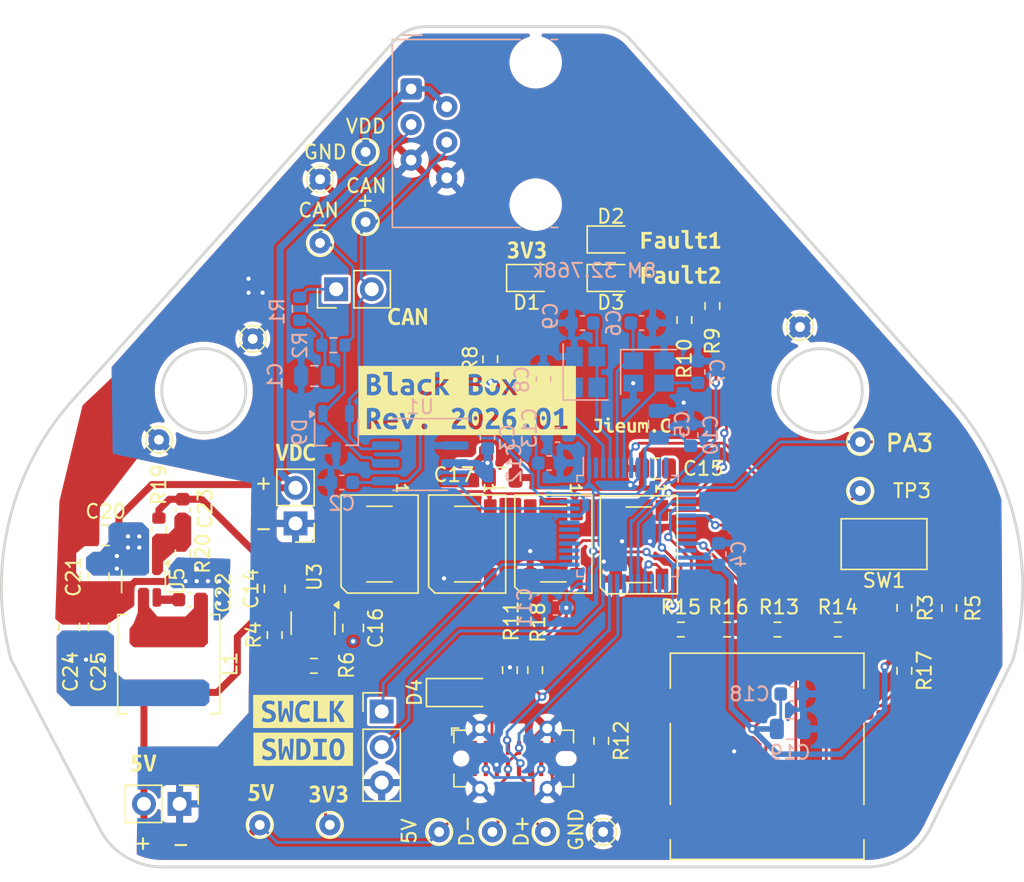
<source format=kicad_pcb>
(kicad_pcb (version 20240108) (generator "pcbnew") (generator_version "8.0")
  (layers (0 "F.Cu" signal) (31 "B.Cu" signal) (34 "B.Paste" user) (35 "F.Paste" user) (36 "B.SilkS" user "B.Silkscreen") (37 "F.SilkS" user "F.Silkscreen") (38 "B.Mask" user) (39 "F.Mask" user) (44 "Edge.Cuts" user))
  (net 0 "")
  (net 1 "Net-(C1-Pad1)")
  (net 2 "GND")
  (net 3 "+3V3")
  (net 4 "+5V")
  (net 5 "/RCC_OSC_IN")
  (net 6 "/RCC_OSC_OUT")
  (net 7 "/LSE_IN")
  (net 8 "/LSE_OUT")
  (net 9 "VDC")
  (net 10 "Net-(D1-A)")
  (net 11 "Net-(D2-A)")
  (net 12 "Net-(D3-A)")
  (net 13 "Net-(D4-A)")
  (net 14 "SWDIO")
  (net 15 "SWCLK")
  (net 16 "Net-(J5-CC1)")
  (net 17 "D+")
  (net 18 "D-")
  (net 19 "Net-(J5-CC2)")
  (net 20 "Net-(JP1-A)")
  (net 21 "CAN_N")
  (net 22 "NRST")
  (net 23 "Net-(U3-ADJ)")
  (net 24 "LED1")
  (net 25 "LED2")
  (net 26 "SD_CS")
  (net 27 "SPI1_MOSI")
  (net 28 "SPI1_SCK")
  (net 29 "SPI1_MISO")
  (net 30 "Net-(J4-DET)")
  (net 31 "CTX")
  (net 32 "CRX")
  (net 33 "CAN_P")
  (net 53 "Net-(U5-BST)")
  (net 54 "Net-(U5-SW)")
  (net 55 "Net-(U5-FB)")
  (net 58 "Shutdown")
  (net 60 "RGB")
  (net 61 "Net-(D5-DOUT)")
  (net 62 "Net-(D6-DOUT)")
  (net 63 "Net-(D7-DOUT)")
  (footprint "Resistor_SMD:R_0603_1608Metric" (layer "F.Cu") (at 84.3 87.1 180)
    (property "Reference" "R16")
    (property "Value" "10k")
  )
  (footprint "Capacitor_SMD:C_0805_2012Metric" (layer "F.Cu") (at 52.011751 84.193012 90)
    (property "Reference" "C14")
    (property "Value" "1u")
  )
  (footprint "Resistor_SMD:R_0603_1608Metric" (layer "F.Cu") (at 100.15 85.575 90)
    (property "Reference" "R5")
    (property "Value" "10k")
  )
  (footprint "LED_SMD:LED_WS2812B_PLCC4_5.0x5.0mm_P3.2mm" (layer "F.Cu") (at 71.9 81 -90)
    (property "Reference" "D6" (hide yes))
    (property "Value" "WS2812B")
  )
  (footprint "TestPoint:TestPoint_THTPad_D1.5mm_Drill0.7mm" (layer "F.Cu") (at 93.8 77.2)
    (property "Reference" "TP3")
    (property "Value" "TestPoint")
  )
  (footprint "Capacitor_SMD:C_0805_2012Metric" (layer "F.Cu") (at 39.45 86.92 90)
    (property "Reference" "C25")
    (property "Value" "22u")
  )
  (footprint "TestPoint:TestPoint_THTPad_D1.5mm_Drill0.7mm" (layer "F.Cu") (at 89.5 65.5 90)
    (property "Reference" "TP12" (hide yes))
    (property "Value" "GND")
  )
  (footprint "Resistor_SMD:R_0603_1608Metric" (layer "F.Cu") (at 45.45 81.67 -90)
    (property "Reference" "R20")
    (property "Value" "30k1")
  )
  (footprint "Resistor_SMD:R_0603_1608Metric" (layer "F.Cu") (at 43.75 79.97 -90)
    (property "Reference" "R19")
    (property "Value" "534k")
  )
  (footprint "TestPoint:TestPoint_THTPad_D1.5mm_Drill0.7mm" (layer "F.Cu") (at 55.25 54.95 90)
    (property "Reference" "GND1" (hide yes))
    (property "Value" "GND")
  )
  (footprint "kibuzzard-6952B12B" (layer "F.Cu") (at 54.05 92.95)
    (property "Reference" "kibuzzard-6952B12B" (hide yes))
    (property "Value" "G***" (hide yes))
  )
  (footprint "Resistor_SMD:R_0603_1608Metric" (layer "F.Cu") (at 87.9 87.1)
    (property "Reference" "R13")
    (property "Value" "10k")
  )
  (footprint "Resistor_SMD:R_0603_1608Metric" (layer "F.Cu") (at 52.011751 87.493012 -90)
    (property "Reference" "R4")
    (property "Value" "100k")
  )
  (footprint "Resistor_SMD:R_0603_1608Metric" (layer "F.Cu") (at 96.95 90.05 -90)
    (property "Reference" "R17")
    (property "Value" "10k")
  )
  (footprint "TestPoint:TestPoint_THTPad_D1.5mm_Drill0.7mm" (layer "F.Cu") (at 67.55 101.55 90)
    (property "Reference" "D-1" (hide yes))
    (property "Value" "USB_D-")
  )
  (footprint "Resistor_SMD:R_0603_1608Metric" (layer "F.Cu") (at 67.4 67.8 90)
    (property "Reference" "R8")
    (property "Value" "10k")
  )
  (footprint "Resistor_SMD:R_0603_1608Metric" (layer "F.Cu") (at 83.25 64 90)
    (property "Reference" "R9")
    (property "Value" "10k")
  )
  (footprint "LED_SMD:LED_0805_2012Metric" (layer "F.Cu") (at 76 62)
    (property "Reference" "D3")
    (property "Value" "LED")
  )
  (footprint "Resistor_SMD:R_0603_1608Metric" (layer "F.Cu") (at 68.8 90 -90)
    (property "Reference" "R11")
    (property "Value" "5k1")
  )
  (footprint "Button_Switch_SMD:SW_SPST_FSMSM" (layer "F.Cu") (at 95.5 81 180)
    (property "Reference" "SW1")
    (property "Value" "SW_SPST")
  )
  (footprint "Capacitor_SMD:C_0603_1608Metric" (layer "F.Cu") (at 45.95 84.97 180)
    (property "Reference" "C22")
    (property "Value" "100n")
  )
  (footprint "kibuzzard-6952B5C0" (layer "F.Cu") (at 61.5 64.75)
    (property "Reference" "kibuzzard-6952B5C0" (hide yes))
    (property "Value" "G***" (hide yes))
  )
  (footprint "Diode_SMD:D_SOD-123" (layer "F.Cu") (at 65.2 91.6)
    (property "Reference" "D4")
    (property "Value" "BAT46")
  )
  (footprint "kibuzzard-6952B3D6" (layer "F.Cu") (at 81 61.75)
    (property "Reference" "kibuzzard-6952B3D6" (hide yes))
    (property "Value" "G***" (hide yes))
  )
  (footprint "TestPoint:TestPoint_THTPad_D1.5mm_Drill0.7mm" (layer "F.Cu") (at 55.25 59.5 90)
    (property "Reference" "CAN-1" (hide yes))
    (property "Value" "CAN_N")
  )
  (footprint "Resistor_SMD:R_0603_1608Metric" (layer "F.Cu") (at 81 87.1)
    (property "Reference" "R15")
    (property "Value" "10k")
  )
  (footprint "TestPoint:TestPoint_THTPad_D1.5mm_Drill0.7mm" (layer "F.Cu") (at 93.8 73.7 90)
    (property "Reference" "TP11" (hide yes))
    (property "Value" "Shutdown")
  )
  (footprint "kibuzzard-6952B17D" (layer "F.Cu") (at 55.85 98.85)
    (property "Reference" "kibuzzard-6952B17D" (hide yes))
    (property "Value" "G***" (hide yes))
  )
  (footprint "TestPoint:TestPoint_THTPad_D1.5mm_Drill0.7mm" (layer "F.Cu") (at 50.45 66.35 90)
    (property "Reference" "TP14" (hide yes))
    (property "Value" "GND")
  )
  (footprint "Resistor_SMD:R_0603_1608Metric" (layer "F.Cu") (at 81.25 65 90)
    (property "Reference" "R10")
    (property "Value" "10k")
  )
  (footprint "Connector_PinHeader_2.54mm:PinHeader_1x02_P2.54mm_Vertical" (layer "F.Cu") (at 53.5 79.525 180)
    (property "Reference" "J3" (hide yes))
    (property "Value" "PWR")
  )
  (footprint "Capacitor_SMD:C_0805_2012Metric" (layer "F.Cu") (at 68.25 76.25)
    (property "Reference" "C17")
    (property "Value" "1u")
  )
  (footprint "TestPoint:TestPoint_THTPad_D1.5mm_Drill0.7mm" (layer "F.Cu") (at 71.35 101.55 90)
    (property "Reference" "D+1" (hide yes))
    (property "Value" "USB_D+")
  )
  (footprint "Resistor_SMD:R_0603_1608Metric" (layer "F.Cu") (at 96.95 85.55 90)
    (property "Reference" "R3")
    (property "Value" "10k")
  )
  (footprint "LED_SMD:LED_WS2812B_PLCC4_5.0x5.0mm_P3.2mm" (layer "F.Cu") (at 59.5 81 -90)
    (property "Reference" "D8" (hide yes))
    (property "Value" "WS2812B")
  )
  (footprint "Resistor_SMD:R_0603_1608Metric" (layer "F.Cu") (at 92.2 87.1 180)
    (property "Reference" "R14")
    (property "Value" "10k")
  )
  (footprint "TestPoint:TestPoint_THTPad_D1.5mm_Drill0.7mm" (layer "F.Cu") (at 63.75 101.55 90)
    (property "Reference" "5V1" (hide yes))
    (property "Value" "USB_5V")
  )
  (footprint "TestPoint:TestPoint_THTPad_D1.5mm_Drill0.7mm" (layer "F.Cu") (at 50.95 101.05 180)
    (property "Reference" "TP1" (hide yes))
    (property "Value" "TP_5V")
  )
  (footprint "LED_SMD:LED_0805_2012Metric" (layer "F.Cu") (at 70.25 62)
    (property "Reference" "D1")
    (property "Value" "LED")
  )
  (footprint "Connector_Card:microSD_HC_Molex_47219-2001" (layer "F.Cu") (at 87.155 96.15 180)
    (property "Reference" "J4" (hide yes))
    (property "Value" "Micro_SD_Card_Det1")
  )
  (footprint "kibuzzard-6952B165" (layer "F.Cu") (at 51.05 98.75)
    (property "Reference" "kibuzzard-6952B165" (hide yes))
    (property "Value" "G***" (hide yes))
  )
  (footprint "TestPoint:TestPoint_THTPad_D1.5mm_Drill0.7mm" (layer "F.Cu") (at 43.75 73.55 90)
    (property "Reference" "TP13" (hide yes))
    (property "Value" "GND")
  )
  (footprint "Connector_PinHeader_2.54mm:PinHeader_1x02_P2.54mm_Vertical" (layer "F.Cu") (at 56.4 62.8 90)
    (property "Reference" "JP1" (hide yes))
    (property "Value" "J_CAN")
  )
  (footprint "TestPoint:TestPoint_THTPad_D1.5mm_Drill0.7mm" (layer "F.Cu") (at 58.5 58 90)
    (property "Reference" "CAN+1" (hide yes))
    (property "Value" "CAN_P")
  )
  (footprint "Resistor_SMD:R_0603_1608Metric" (layer "F.Cu") (at 75.32 95.05 -90)
    (property "Reference" "R12")
    (property "Value" "5k1")
  )
  (footprint "kibuzzard-6952B17D" (layer "F.Cu") (at 70 60)
    (property "Reference" "kibuzzard-6952B17D" (hide yes))
    (property "Value" "G***" (hide yes))
  )
  (footprint "kibuzzard-6952B4C2" (layer "F.Cu") (at 77.5 72.5)
    (property "Reference" "kibuzzard-6952B4C2" (hide yes))
    (property "Value" "G***" (hide yes))
  )
  (footprint "Connector_PinHeader_2.54mm:PinHeader_1x03_P2.54mm_Vertical" (layer "F.Cu") (at 59.65 92.95)
    (property "Reference" "J2" (hide yes))
    (property "Value" "PROG")
  )
  (footprint "TestPoint:TestPoint_THTPad_D1.5mm_Drill0.7mm" (layer "F.Cu") (at 75.45 101.55 90)
    (property "Reference" "GND2" (hide yes))
    (property "Value" "USB_gnd")
  )
  (footprint "kibuzzard-6977A83C" (layer "F.Cu") (at 65.75 70.75)
    (property "Reference" "kibuzzard-6977A83C" (hide yes))
    (property "Value" "G***" (hide yes))
  )
  (footprint "Capacitor_SMD:C_0805_2012Metric" (layer "F.Cu") (at 39.95 80.37 180)
    (property "Reference" "C20")
    (property "Value" "10u")
  )
  (footprint "Package_TO_SOT_SMD:SOT-23-5" (layer "F.Cu") (at 54.75 86.65 -90)
    (property "Reference" "U3")
    (property "Value" "AP2204K-ADJ")
  )
  (footprint "TestPoint:TestPoint_THTPad_D1.5mm_Drill0.7mm" (layer "F.Cu") (at 55.95 101.05 180)
    (property "Reference" "TP2" (hide yes))
    (property "Value" "TP_3V3")
  )
  (footprint "LED_SMD:LED_0805_2012Metric" (layer "F.Cu") (at 76 59.25)
    (property "Reference" "D2")
    (property "Value" "LED")
  )
  (footprint "Capacitor_SMD:C_0805_2012Metric" (layer "F.Cu") (at 79.2 75.6 180)
    (property "Reference" "C15")
    (property "Value" "1u")
  )
  (footprint "Package_TO_SOT_SMD:TSOT-23-6" (layer "F.Cu") (at 42.65 83.67 -90)
    (property "Reference" "U5")
    (property "Value" "AP63200WU")
  )
  (footprint "kibuzzard-6952B3A2" (layer "F.Cu") (at 81 59.25)
    (property "Reference" "kibuzzard-6952B3A2" (hide yes))
    (property "Value" "G***" (hide yes))
  )
  (footprint "kibuzzard-6952B165" (layer "F.Cu") (at 42.65 96.65)
    (property "Reference" "kibuzzard-6952B165" (hide yes))
    (property "Value" "G***" (hide yes))
  )
  (footprint "LED_SMD:LED_WS2812B_PLCC4_5.0x5.0mm_P3.2mm" (layer "F.Cu") (at 78 81.05 -90)
    (property "Reference" "D5" (hide yes))
    (property "Value" "WS2812B")
  )
  (footprint "Connector_USB:USB_C_Receptacle_G-Switch_GT-USB-7051x" (layer "F.Cu") (at 69.07 96.31)
    (property "Reference" "J5" (hide yes))
    (property "Value" "USB_C_Receptacle_USB2.0_16P")
  )
  (footprint "Resistor_SMD:R_0603_1608Metric" (layer "F.Cu") (at 54.811751 89.693012 180)
    (property "Reference" "R6")
    (property "Value" "166k")
  )
  (footprint "Inductor_SMD:L_Coilcraft_XAL6060-XXX" (layer "F.Cu") (at 44.45 89.57 -90)
    (property "Reference" "L1")
    (property "Value" "15uH")
  )
  (footprint "kibuzzard-6952B13F" (layer "F.Cu") (at 54.05 95.65)
    (property "Reference" "kibuzzard-6952B13F" (hide yes))
    (property "Value" "G***" (hide yes))
  )
  (footprint "Capacitor_SMD:C_0805_2012Metric" (layer "F.Cu") (at 39.45 83.32 -90)
    (property "Reference" "C21")
    (property "Value" "10u")
  )
  (footprint "Connector_PinHeader_2.54mm:PinHeader_1x02_P2.54mm_Vertical" (layer "F.Cu") (at 45.225 99.55 -90)
    (property "Reference" "J6" (hide yes))
    (property "Value" "PWR")
  )
  (footprint "TestPoint:TestPoint_THTPad_D1.5mm_Drill0.7mm" (layer "F.Cu") (at 58.5 53 90)
    (property "Reference" "VDC1" (hide yes))
    (property "Value" "VDD")
  )
  (footprint "Capacitor_SMD:C_0805_2012Metric" (layer "F.Cu") (at 57.611751 86.993012 90)
    (property "Reference" "C16")
    (property "Value" "10u")
  )
  (footprint "Capacitor_SMD:C_0603_1608Metric" (layer "F.Cu") (at 45.45 78.57 -90)
    (property "Reference" "C23")
    (property "Value" "12p")
  )
  (footprint "LED_SMD:LED_WS2812B_PLCC4_5.0x5.0mm_P3.2mm" (layer "F.Cu") (at 65.75 81 -90)
    (property "Reference" "D7" (hide yes))
    (property "Value" "WS2812B")
  )
  (footprint "kibuzzard-6952B1CA" (layer "F.Cu") (at 53.5 74.45)
    (property "Reference" "kibuzzard-6952B1CA" (hide yes))
    (property "Value" "G***" (hide yes))
  )
  (footprint "Resistor_SMD:R_0603_1608Metric" (layer "F.Cu") (at 70.6 90 -90)
    (property "Reference" "R18")
    (property "Value" "1.5k")
  )
  (footprint "Capacitor_SMD:C_0805_2012Metric" (layer "F.Cu") (at 37.35 86.92 90)
    (property "Reference" "C24")
    (property "Value" "22u")
  )
  (footprint "Capacitor_SMD:C_0603_1608Metric" (layer "B.Cu") (at 88.9 91.7)
    (property "Reference" "C18")
    (property "Value" "100n")
  )
  (footprint "Crystal:Crystal_SMD_SeikoEpson_FA238-4Pin_3.2x2.5mm" (layer "B.Cu") (at 74.2 68.7125 90)
    (property "Reference" "Y2" (hide yes))
    (property "Value" "32.768k")
  )
  (footprint "Resistor_SMD:R_0603_1608Metric" (layer "B.Cu") (at 53.8 64.2 -90)
    (property "Reference" "R1")
    (property "Value" "60")
  )
  (footprint "Package_SO:SOIC-8_3.9x4.9mm_P1.27mm" (layer "B.Cu") (at 62.4 74.6 180)
    (property "Reference" "U1")
    (property "Value" "SN65HVD256D")
  )
  (footprint "Capacitor_SMD:C_0603_1608Metric" (layer "B.Cu") (at 56.8 76.6 180)
    (property "Reference" "C2")
    (property "Value" "100n")
  )
  (footprint "Capacitor_SMD:C_0603_1608Metric" (layer "B.Cu") (at 82.2 68.7125 90)
    (property "Reference" "C7")
    (property "Value" "20p")
  )
  (footprint "Capacitor_SMD:C_0603_1608Metric" (layer "B.Cu") (at 83.7 81.7125 90)
    (property "Reference" "C4")
    (property "Value" "100n")
  )
  (footprint "Package_QFP:LQFP-48_7x7mm_P0.5mm" (layer "B.Cu") (at 77.2 79.7125 -90)
    (property "Reference" "U2" (hide yes))
    (property "Value" "STM32F103C8Tx" (hide yes))
  )
  (footprint "Capacitor_SMD:C_0603_1608Metric" (layer "B.Cu") (at 71.6 75.2125)
    (property "Reference" "C12")
    (property "Value" "100n")
  )
  (footprint "Package_TO_SOT_SMD:TSOT-23" (layer "B.Cu") (at 56.4 73 -90)
    (property "Reference" "D9")
    (property "Value" "DESD2CAN2SOQ")
  )
  (footprint "Capacitor_SMD:C_0603_1608Metric" (layer "B.Cu") (at 67.2 73.4 90)
    (property "Reference" "C3")
    (property "Value" "100n")
  )
  (footprint "Capacitor_SMD:C_0603_1608Metric" (layer "B.Cu") (at 72.05 85.55 180)
    (property "Reference" "C11")
    (property "Value" "100n")
  )
  (footprint "Crystal:Crystal_SMD_SeikoEpson_FA238-4Pin_3.2x2.5mm" (layer "B.Cu") (at 78.7 68.7125)
    (property "Reference" "Y1" (hide yes))
    (property "Value" "8M")
  )
  (footprint "Connector_RJ:RJ12_Amphenol_54601-x06_Horizontal" (layer "B.Cu") (at 61.75 48.5 -90)
    (property "Reference" "J1" (hide yes))
    (property "Value" "RJ12")
  )
  (footprint "Resistor_SMD:R_0603_1608Metric" (layer "B.Cu") (at 56.2 66.8)
    (property "Reference" "R2")
    (property "Value" "60")
  )
  (footprint "Capacitor_SMD:C_0603_1608Metric" (layer "B.Cu") (at 71.2 69.2125 90)
    (property "Reference" "C8")
    (property "Value" "20p")
  )
  (footprint "Capacitor_SMD:C_0603_1608Metric" (layer "B.Cu") (at 78.2 65.2125)
    (property "Reference" "C6")
    (property "Value" "20p")
  )
  (footprint "Capacitor_SMD:C_0805_2012Metric" (layer "B.Cu") (at 79.425 72.4375 90)
    (property "Reference" "C5")
    (property "Value" "1u")
  )
  (footprint "Capacitor_SMD:C_0603_1608Metric" (layer "B.Cu") (at 81.7 73.2125 90)
    (property "Reference" "C10")
    (property "Value" "100n")
  )
  (footprint "Capacitor_SMD:C_0805_2012Metric" (layer "B.Cu") (at 54.85 69 180)
    (property "Reference" "C1")
    (property "Value" "1u")
  )
  (footprint "Capacitor_SMD:C_0603_1608Metric" (layer "B.Cu") (at 72.2 73.2125 180)
    (property "Reference" "C13")
    (property "Value" "100n")
  )
  (footprint "Capacitor_SMD:C_0805_2012Metric" (layer "B.Cu") (at 88.8 94.2)
    (property "Reference" "C19")
    (property "Value" "1u")
  )
  (footprint "Capacitor_SMD:C_0603_1608Metric" (layer "B.Cu") (at 73.975 65.2125 180)
    (property "Reference" "C9")
    (property "Value" "20p" (hide yes))
  )
  (gr_line (start 60.555565 45.050091) (end 37.732845 70.568753) (stroke (width 0.2)) (layer "Edge.Cuts"))
  (gr_line (start 100.173065 70.568753) (end 77.45 45.026723) (stroke (width 0.2)) (layer "Edge.Cuts"))
  (gr_arc (start 60.555565 45.050091) (mid 61.566914 44.311412) (end 62.791714 44.05) (stroke (width 0.2)) (layer "Edge.Cuts"))
  (gr_line (start 75.234971 44.05) (end 62.791714 44.05) (stroke (width 0.2)) (layer "Edge.Cuts"))
  (gr_arc (start 100.173065 70.568753) (mid 104.831751 79.333012) (end 104.703293 89.257683) (stroke (width 0.2)) (layer "Edge.Cuts"))
  (gr_circle (center 46.95591 70.05) (end 46.95591 67.05) (stroke (width 0.2)) (fill none) (layer "Edge.Cuts"))
  (gr_arc (start 33.202617 89.257683) (mid 33.074159 79.333012) (end 37.732845 70.568753) (stroke (width 0.2)) (layer "Edge.Cuts"))
  (gr_line (start 98.822313 101.251314) (end 104.703293 89.257683) (stroke (width 0.2)) (layer "Edge.Cuts"))
  (gr_line (start 43.975543 104.05) (end 94.332968 104.05) (stroke (width 0.2)) (layer "Edge.Cuts"))
  (gr_circle (center 90.95 70.05) (end 90.95 67.05) (stroke (width 0.2)) (fill none) (layer "Edge.Cuts"))
  (gr_arc (start 75.234971 44.05) (mid 76.445378 44.30502) (end 77.45 45.026723) (stroke (width 0.2)) (layer "Edge.Cuts"))
  (gr_line (start 33.202617 89.257683) (end 39.546265 101.369806) (stroke (width 0.2)) (layer "Edge.Cuts"))
  (gr_arc (start 98.822313 101.251314) (mid 96.978099 103.293028) (end 94.332968 104.05) (stroke (width 0.2)) (layer "Edge.Cuts"))
  (gr_arc (start 43.975543 104.05) (mid 41.386997 103.327809) (end 39.546265 101.369806) (stroke (width 0.2)) (layer "Edge.Cuts"))
  (gr_text "8M" (at 79.35 62.05 0) (layer "B.SilkS") (effects (font (size 1 1)) (justify left bottom mirror)))
  (gr_text "32.768k" (at 76.55 62.05 0) (layer "B.SilkS") (effects (font (size 1 1)) (justify left bottom mirror)))
  (gr_text "+\n" (at 50.5 77.2 0) (layer "F.SilkS") (effects (font (size 1 1)) (justify left bottom)))
  (gr_text "CAN\n" (at 57 56 0) (layer "F.SilkS") (effects (font (size 1 1)) (justify left bottom)))
  (gr_text "-" (at 54.5 58.75 0) (layer "F.SilkS") (effects (font (size 1 1)) (justify left bottom)))
  (gr_text "+\n" (at 41.9 102.9 0) (layer "F.SilkS") (effects (font (size 1 1)) (justify left bottom)))
  (gr_text "-" (at 44.6 103 0) (layer "F.SilkS") (effects (font (size 1 1)) (justify left bottom)))
  (gr_text "PA3" (at 95.5 74.5 0) (layer "F.SilkS") (effects (font (size 1.2 1.2) (thickness 0.2) (bold yes)) (justify left bottom)))
  (gr_text "5V" (at 62.2 102.5 90) (layer "F.SilkS") (effects (font (size 1 1)) (justify left bottom)))
  (gr_text "D-" (at 66.3 102.7 90) (layer "F.SilkS") (effects (font (size 1 1)) (justify left bottom)))
  (gr_text "VDD" (at 57 51.75 0) (layer "F.SilkS") (effects (font (size 1 1)) (justify left bottom)))
  (gr_text "GND" (at 74.1 103 90) (layer "F.SilkS") (effects (font (size 1 1)) (justify left bottom)))
  (gr_text "+\n" (at 57.75 57 0) (layer "F.SilkS") (effects (font (size 1 1)) (justify left bottom)))
  (gr_text "D+" (at 70.2 102.7 90) (layer "F.SilkS") (effects (font (size 1 1)) (justify left bottom)))
  (gr_text "CAN\n" (at 53.6 57.75 0) (layer "F.SilkS") (effects (font (size 1 1)) (justify left bottom)))
  (gr_text "GND" (at 54 53.6 0) (layer "F.SilkS") (effects (font (size 1 1)) (justify left bottom)))
  (gr_text "-" (at 50.5 80.45 0) (layer "F.SilkS") (effects (font (size 1 1)) (justify left bottom)))
  (segment (start 55.375 66.8) (end 55.6 67.025) (width 0.2) (layer "B.Cu") (net 1))
  (segment (start 55.35 69.4) (end 55.55 69.6) (width 0.2) (layer "B.Cu") (net 1))
  (segment (start 53.8 65.025) (end 54.425 65.025) (width 0.2) (layer "B.Cu") (net 1))
  (segment (start 55.6 68.8) (end 55.8 69) (width 0.2) (layer "B.Cu") (net 1))
  (segment (start 55.6 67.025) (end 55.6 68.8) (width 0.2) (layer "B.Cu") (net 1))
  (segment (start 55.375 65.975) (end 55.375 66.8) (width 0.2) (layer "B.Cu") (net 1))
  (segment (start 54.425 65.025) (end 55.375 65.975) (width 0.2) (layer "B.Cu") (net 1))
  (segment (start 70.25 81.5) (end 70.25 83.45) (width 0.2) (layer "F.Cu") (net 2))
  (segment (start 44.275 83.67) (end 45.45 82.495) (width 0.5) (layer "F.Cu") (net 2))
  (segment (start 71.82 97.07) (end 71.82 98.11) (width 0.2) (layer "F.Cu") (net 2))
  (segment (start 41.7 84.8075) (end 41.7 84.02) (width 0.5) (layer "F.Cu") (net 2))
  (segment (start 71.82 98.11) (end 71.47 98.46) (width 0.2) (layer "F.Cu") (net 2))
  (segment (start 61.08 54.25) (end 55.95 54.25) (width 0.2) (layer "F.Cu") (net 2))
  (segment (start 76.25 82.25) (end 76.35 82.35) (width 0.2) (layer "F.Cu") (net 2))
  (segment (start 70.24 95.55) (end 70.24 95.050001) (width 0.2) (layer "F.Cu") (net 2))
  (segment (start 55.95 54.25) (end 55.25 54.95) (width 0.2) (layer "F.Cu") (net 2))
  (segment (start 41.7 84.02) (end 42.05 83.67) (width 0.5) (layer "F.Cu") (net 2))
  (segment (start 67.87 97.07) (end 67.87 96.77) (width 0.2) (layer "F.Cu") (net 2))
  (segment (start 71.130001 94.16) (end 71.47 94.16) (width 0.2) (layer "F.Cu") (net 2))
  (segment (start 54.75 85.5125) (end 54.75 86.174999) (width 0.2) (layer "F.Cu") (net 2))
  (segment (start 54.75 86.174999) (end 54.256987 86.668012) (width 0.2) (layer "F.Cu") (net 2))
  (segment (start 71.82 94.51) (end 71.47 94.16) (width 0.2) (layer "F.Cu") (net 2))
  (segment (start 67.87 96.77) (end 67.85 96.75) (width 0.2) (layer "F.Cu") (net 2))
  (segment (start 54.256987 86.668012) (end 52.011751 86.668012) (width 0.2) (layer "F.Cu") (net 2))
  (segment (start 61.75 53.58) (end 61.08 54.25) (width 0.2) (layer "F.Cu") (net 2))
  (segment (start 42.05 83.67) (end 44.275 83.67) (width 0.5) (layer "F.Cu") (net 2))
  (segment (start 84.86 95.86) (end 84.8 95.8) (width 0.2) (layer "F.Cu") (net 2))
  (segment (start 76.35 82.35) (end 76.35 83.5) (width 0.2) (layer "F.Cu") (net 2))
  (segment (start 71.82 95.55) (end 71.82 94.51) (width 0.2) (layer "F.Cu") (net 2))
  (segment (start 70.24 95.050001) (end 71.130001 94.16) (width 0.2) (layer "F.Cu") (net 2))
  (segment (start 75.5 82.25) (end 76.25 82.25) (width 0.2) (layer "F.Cu") (net 2))
  (segment (start 84.86 98.25) (end 84.86 95.86) (width 0.2) (layer "F.Cu") (net 2))
  (via (at 75.5 82.25) (size 0.6) (drill 0.3) (layers "F.Cu" "B.Cu") (net 2))
  (via (at 81.2 70.9) (size 0.6) (drill 0.3) (layers "F.Cu" "B.Cu") (net 2))
  (via (at 45.65 83.65) (size 0.6) (drill 0.3) (layers "F.Cu" "B.Cu") (net 2))
  (via (at 48.05 84.45) (size 0.6) (drill 0.3) (layers "F.Cu" "B.Cu") (net 2))
  (via (at 77.389846 76.7875) (size 0.6) (drill 0.3) (layers "F.Cu" "B.Cu") (net 2))
  (via (at 84.8 95.8) (size 0.6) (drill 0.3) (layers "F.Cu" "B.Cu") (net 2))
  (via (at 47.25 83.65) (size 0.6) (drill 0.3) (layers "F.Cu" "B.Cu") (net 2))
  (via (at 76.8 80.8) (size 0.6) (drill 0.3) (layers "F.Cu" "B.Cu") (net 2))
  (via (at 48.05 85.25) (size 0.6) (drill 0.3) (layers "F.Cu" "B.Cu") (net 2))
  (via (at 78.8 80.8) (size 0.6) (drill 0.3) (layers "F.Cu" "B.Cu") (net 2))
  (via (at 77.6 69.5125) (size 0.6) (drill 0.3) (layers "F.Cu" "B.Cu") (net 2))
  (via (at 46.45 83.65) (size 0.6) (drill 0.3) (layers "F.Cu" "B.Cu") (net 2))
  (via (at 68.8 89.8) (size 0.6) (drill 0.3) (layers "F.Cu" "B.Cu") (net 2))
  (via (at 70.25 81.5) (size 0.6) (drill 0.3) (layers "F.Cu" "B.Cu") (net 2))
  (via (at 50.15 63.05) (size 0.6) (drill 0.3) (layers "F.Cu" "B.Cu") (net 2))
  (via (at 67.85 96.75) (size 0.6) (drill 0.3) (layers "F.Cu" "B.Cu") (net 2))
  (via (at 48.05 83.65) (size 0.6) (drill 0.3) (layers "F.Cu" "B.Cu") (net 2))
  (via (at 50.15 62.05) (size 0.6) (drill 0.3) (layers "F.Cu" "B.Cu") (net 2))
  (via (at 64.1 83.45) (size 0.6) (drill 0.3) (layers "F.Cu" "B.Cu") (net 2))
  (via (at 46.45 82.75) (size 0.6) (drill 0.3) (layers "F.Cu" "B.Cu") (net 2))
  (via (at 51.15 63.05) (size 0.6) (drill 0.3) (layers "F.Cu" "B.Cu") (net 2))
  (segment (start 71.75 74.5875) (end 71.75 73.5375) (width 0.2) (layer "B.Cu") (net 2))
  (segment (start 74.95 82.8) (end 75.5 82.25) (width 0.2) (layer "B.Cu") (net 2))
  (segment (start 64.1 83.4) (end 64.1 83.45) (width 0.2) (layer "B.Cu") (net 2))
  (segment (start 71.75 73.5375) (end 71.425 73.2125) (width 0.2) (layer "B.Cu") (net 2))
  (segment (start 77.48241 76.7875) (end 77.95 76.31991) (width 0.2) (layer "B.Cu") (net 2))
  (segment (start 72.26759 78.9625) (end 70.23009 81) (width 0.2) (layer "B.Cu") (net 2))
  (segment (start 73.0375 77.4625) (end 73.80741 77.4625) (width 0.2) (layer "B.Cu") (net 2))
  (segment (start 74.95 83.875) (end 74.95 84.849348) (width 0.2) (layer "B.Cu") (net 2))
  (segment (start 70.23009 81) (end 70.25 81.01991) (width 0.2) (layer "B.Cu") (net 2))
  (segment (start 77.389846 76.7875) (end 77.48241 76.7875) (width 0.2) (layer "B.Cu") (net 2))
  (segment (start 81.3625 81.9625) (end 82.675 81.9625) (width 0.2) (layer "B.Cu") (net 2))
  (segment (start 74.95 83.875) (end 74.95 82.8) (width 0.2) (layer "B.Cu") (net 2))
  (segment (start 82.675 81.9625) (end 83.7 80.9375) (width 0.2) (layer "B.Cu") (net 2))
  (segment (start 73.80741 78.9625) (end 73.0375 78.9625) (width 0.2) (layer "B.Cu") (net 2))
  (segment (start 77.95 76.31991) (end 77.95 75.55) (width 0.2) (layer "B.Cu") (net 2))
  (segment (start 74.075 78.69491) (end 73.80741 78.9625) (width 0.2) (layer "B.Cu") (net 2))
  (segment (start 70.25 81.01991) (end 70.25 81.5) (width 0.2) (layer "B.Cu") (net 2))
  (segment (start 73.80741 77.4625) (end 74.075 77.73009) (width 0.2) (layer "B.Cu") (net 2))
  (segment (start 73.0375 78.9625) (end 72.26759 78.9625) (width 0.2) (layer "B.Cu") (net 2))
  (segment (start 74.075 77.73009) (end 74.075 78.69491) (width 0.2) (layer "B.Cu") (net 2))
  (segment (start 72.375 75.2125) (end 71.75 74.5875) (width 0.2) (layer "B.Cu") (net 2))
  (segment (start 87.06 98.25) (end 87.06 95.16) (width 0.2) (layer "F.Cu") (net 3))
  (segment (start 67.4 68.625) (end 67.4 69.4) (width 0.2) (layer "F.Cu") (net 3))
  (segment (start 100.125 86.375) (end 100.15 86.4) (width 0.4) (layer "F.Cu") (net 3))
  (segment (start 74.809935 81.559935) (end 74.75 81.5) (width 0.2) (layer "F.Cu") (net 3))
  (segment (start 72.825 86.175) (end 72.825 85.55) (width 0.2) (layer "F.Cu") (net 3))
  (segment (start 78.55 81.559935) (end 74.809935 81.559935) (width 0.2) (layer "F.Cu") (net 3))
  (segment (start 55.636751 98.763249) (end 55.636751 98.75) (width 0.2) (layer "F.Cu") (net 3))
  (segment (start 95.55 89.75) (end 96.075 89.225) (width 0.4) (layer "F.Cu") (net 3))
  (segment (start 87.075 87.1) (end 87.075 93.225) (width 0.2) (layer "F.Cu") (net 3))
  (segment (start 70.6 88.4) (end 72.825 86.175) (width 0.2) (layer "F.Cu") (net 3))
  (segment (start 84.955 87.15) (end 86.825 87.15) (width 0.4) (layer "F.Cu") (net 3))
  (segment (start 55.636751 98.75) (end 55.636751 89.693012) (width 0.2) (layer "F.Cu") (net 3))
  (segment (start 55.855512 87.943012) (end 55.7 87.7875) (width 0.2) (layer "F.Cu") (net 3))
  (segment (start 80.175 87.1) (end 80.175 85.625) (width 0.2) (layer "F.Cu") (net 3))
  (segment (start 70.6 89.175) (end 70.6 88.4) (width 0.2) (layer "F.Cu") (net 3))
  (segment (start 87.06 95.16) (end 86.1 94.2) (width 0.2) (layer "F.Cu") (net 3))
  (segment (start 87.075 93.225) (end 86.1 94.2) (width 0.2) (layer "F.Cu") (net 3))
  (segment (start 96.95 86.375) (end 94.05 86.375) (width 0.4) (layer "F.Cu") (net 3))
  (segment (start 96.075 89.225) (end 96.95 89.225) (width 0.4) (layer "F.Cu") (net 3))
  (segment (start 96.95 86.375) (end 100.125 86.375) (width 0.4) (layer "F.Cu") (net 3))
  (segment (start 96.95 89.225) (end 96.95 86.375) (width 0.4) (layer "F.Cu") (net 3))
  (segment (start 55.636751 87.850749) (end 55.7 87.7875) (width 0.2) (layer "F.Cu") (net 3))
  (segment (start 55.636751 100.736751) (end 55.95 101.05) (width 0.2) (layer "F.Cu") (net 3))
  (segment (start 94.05 86.375) (end 93.275 87.15) (width 0.4) (layer "F.Cu") (net 3))
  (segment (start 55.636751 98.763249) (end 55.636751 100.736751) (width 0.2) (layer "F.Cu") (net 3))
  (segment (start 55.636751 89.693012) (end 55.636751 87.850749) (width 0.2) (layer "F.Cu") (net 3))
  (segment (start 57.611751 87.943012) (end 55.855512 87.943012) (width 0.2) (layer "F.Cu") (net 3))
  (segment (start 80.175 85.625) (end 80.4 85.4) (width 0.2) (layer "F.Cu") (net 3))
  (via (at 74.75 81.5) (size 0.6) (drill 0.3) (layers "F.Cu" "B.Cu") (net 3))
  (via (at 86.1 94.2) (size 0.6) (drill 0.3) (layers "F.Cu" "B.Cu") (net 3))
  (via (at 95.55 89.75) (size 0.6) (drill 0.3) (layers "F.Cu" "B.Cu") (net 3))
  (via (at 67.4 69.4) (size 0.6) (drill 0.3) (layers "F.Cu" "B.Cu") (net 3))
  (via (at 78.55 81.559935) (size 0.6) (drill 0.3) (layers "F.Cu" "B.Cu") (net 3))
  (via (at 72.825 85.55) (size 0.6) (drill 0.3) (layers "F.Cu" "B.Cu") (net 3))
  (via (at 80.4 85.4) (size 0.6) (drill 0.3) (layers "F.Cu" "B.Cu") (net 3))
  (via (at 57.611751 87.943012) (size 0.6) (drill 0.3) (layers "F.Cu" "B.Cu") (net 3))
  (segment (start 80.4 82.5) (end 80.45 82.45) (width 0.2) (layer "B.Cu") (net 3))
  (segment (start 81.3625 82.4625) (end 80.4625 82.4625) (width 0.2) (layer "B.Cu") (net 3))
  (segment (start 79.85 81.85) (end 78.840065 81.85) (width 0.2) (layer "B.Cu") (net 3))
  (segment (start 70.675 75.0625) (end 70.825 75.2125) (width 0.2) (layer "B.Cu") (net 3))
  (segment (start 57.575 76.6) (end 59.83 76.6) (width 0.2) (layer "B.Cu") (net 3))
  (segment (start 74.75 82.434315) (end 74.75 81.5) (width 0.2) (layer "B.Cu") (net 3))
  (segment (start 73.0375 76.9625) (end 70.95 76.9625) (width 0.2) (layer "B.Cu") (net 3))
  (segment (start 74.45 76.65) (end 74.45 75.55) (width 0.2) (layer "B.Cu") (net 3))
  (segment (start 79.425 73.2125) (end 80.925 73.2125) (width 0.2) (layer "B.Cu") (net 3))
  (segment (start 74.75 76.95) (end 74.45 76.65) (width 0.2) (layer "B.Cu") (net 3))
  (segment (start 80.45 82.45) (end 81.35 82.45) (width 0.2) (layer "B.Cu") (net 3))
  (segment (start 74.75 81.5) (end 74.75 76.95) (width 0.2) (layer "B.Cu") (net 3))
  (segment (start 95.55 89.75) (end 95.55 92.85) (width 0.4) (layer "B.Cu") (net 3))
  (segment (start 80.4375 82.4625) (end 81.3625 82.4625) (width 0.2) (layer "B.Cu") (net 3))
  (segment (start 73.65 83.85) (end 72.825 84.675) (width 0.2) (layer "B.Cu") (net 3))
  (segment (start 83.7 82.4875) (end 81.3875 82.4875) (width 0.2) (layer "B.Cu") (net 3))
  (segment (start 78.45 74.1875) (end 78.45 75.55) (width 0.2) (layer "B.Cu") (net 3))
  (segment (start 78.45 76.85) (end 78.45 75.55) (width 0.2) (layer "B.Cu") (net 3))
  (segment (start 86.1 94.2) (end 88.025 94.2) (width 0.4) (layer "B.Cu") (net 3))
  (segment (start 84.6 83.3875) (end 83.7 82.4875) (width 0.4) (layer "B.Cu") (net 3))
  (segment (start 74.725 76.925) (end 74.775 76.975) (width 0.2) (layer "B.Cu") (net 3))
  (segment (start 61.495 76.505) (end 59.925 76.505) (width 0.2) (layer "B.Cu") (net 3))
  (segment (start 80.4 82.5) (end 80.4375 82.4625) (width 0.2) (layer "B.Cu") (net 3))
  (segment (start 74.175 76.925) (end 74.725 76.925) (width 0.2) (layer "B.Cu") (net 3))
  (segment (start 80.925 73.2125) (end 81.7 73.9875) (width 0.2) (layer "B.Cu") (net 3))
  (segment (start 92.4 96) (end 87.9 96) (width 0.4) (layer "B.Cu") (net 3))
  (segment (start 59.83 76.6) (end 59.925 76.505) (width 0.2) (layer "B.Cu") (net 3))
  (segment (start 78.840065 81.85) (end 78.55 81.559935) (width 0.2) (layer "B.Cu") (net 3))
  (segment (start 80.7 82.5) (end 80.5 82.7) (width 0.2) (layer "B.Cu") (net 3))
  (segment (start 84.6 92.7) (end 84.6 83.3875) (width 0.4) (layer "B.Cu") (net 3))
  (segment (start 87.9 96) (end 86.1 94.2) (width 0.4) (layer "B.Cu") (net 3))
  (segment (start 74.775 76.975) (end 75.25 77.45) (width 0.2) (layer "B.Cu") (net 3))
  (segment (start 80.4 85.4) (end 80.4 83) (width 0.2) (layer "B.Cu") (net 3))
  (segment (start 67.4 69.4) (end 63.6 69.4) (width 0.2) (layer "B.Cu") (net 3))
  (segment (start 74.1375 76.9625) (end 74.175 76.925) (width 0.2) (layer "B.Cu") (net 3))
  (segment (start 77.85 77.45) (end 78.45 76.85) (width 0.2) (layer "B.Cu") (net 3))
  (segment (start 88.125 91.7) (end 88.125 94.1) (width 0.2) (layer "B.Cu") (net 3))
  (segment (start 70.95 76.9625) (end 70.825 76.8375) (width 0.2) (layer "B.Cu") (net 3))
  (segment (start 74.45 83.875) (end 74.425 83.85) (width 0.2) (layer "B.Cu") (net 3))
  (segment (start 95.55 92.85) (end 92.4 96) (width 0.4) (layer "B.Cu") (net 3))
  (segment (start 73.7 73.2125) (end 72.975 73.2125) (width 0.2) (layer "B.Cu") (net 3))
  (segment (start 74.45 75.55) (end 74.45 73.9625) (width 0.2) (layer "B.Cu") (net 3))
  (segment (start 74.425 83.85) (end 73.65 83.85) (width 0.2) (layer "B.Cu") (net 3))
  (segment (start 68 69.4) (end 70.675 72.075) (width 0.2) (layer "B.Cu") (net 3))
  (segment (start 80.4625 82.4625) (end 79.85 81.85) (width 0.2) (layer "B.Cu") (net 3))
  (segment (start 86.1 94.2) (end 84.6 92.7) (width 0.4) (layer "B.Cu") (net 3))
  (segment (start 79.425 73.2125) (end 78.45 74.1875) (width 0.2) (layer "B.Cu") (net 3))
  (segment (start 81.35 82.45) (end 81.3625 82.4625) (width 0.2) (layer "B.Cu") (net 3))
  (segment (start 80.4 83) (end 80.4 82.5) (width 0.2) (layer "B.Cu") (net 3))
  (segment (start 74.1375 76.9625) (end 74.45 76.65) (width 0.2) (layer "B.Cu") (net 3))
  (segment (start 88.125 94.1) (end 88.025 94.2) (width 0.2) (layer "B.Cu") (net 3))
  (segment (start 80.4625 82.4625) (end 80.4375 82.4625) (width 0.2) (layer "B.Cu") (net 3))
  (segment (start 70.825 76.8375) (end 70.825 75.2125) (width 0.2) (layer "B.Cu") (net 3))
  (segment (start 74.45 73.9625) (end 73.7 73.2125) (width 0.2) (layer "B.Cu") (net 3))
  (segment (start 74.45 76.65) (end 74.775 76.975) (width 0.2) (layer "B.Cu") (net 3))
  (segment (start 73.0375 76.9625) (end 74.1375 76.9625) (width 0.2) (layer "B.Cu") (net 3))
  (segment (start 74.45 82.734315) (end 74.75 82.434315) (width 0.2) (layer "B.Cu") (net 3))
  (segment (start 72.825 84.675) (end 72.825 85.55) (width 0.2) (layer "B.Cu") (net 3))
  (segment (start 74.45 83.875) (end 74.45 82.734315) (width 0.2) (layer "B.Cu") (net 3))
  (segment (start 70.675 72.075) (end 70.675 75.0625) (width 0.2) (layer "B.Cu") (net 3))
  (segment (start 63.6 69.4) (end 62.4 70.6) (width 0.2) (layer "B.Cu") (net 3))
  (segment (start 62.4 70.6) (end 62.4 75.6) (width 0.2) (layer "B.Cu") (net 3))
  (segment (start 62.4 75.6) (end 61.495 76.505) (width 0.2) (layer "B.Cu") (net 3))
  (segment (start 75.25 77.45) (end 77.85 77.45) (width 0.2) (layer "B.Cu") (net 3))
  (segment (start 67.4 69.4) (end 68 69.4) (width 0.2) (layer "B.Cu") (net 3))
  (segment (start 53.255512 84.968012) (end 53.8 85.5125) (width 0.5) (layer "F.Cu") (net 4))
  (segment (start 67.3 77.2) (end 67.3 78.45) (width 0.2) (layer "F.Cu") (net 4))
  (segment (start 67.6 77.4) (end 67.5 77.4) (width 0.2) (layer "F.Cu") (net 4))
  (segment (start 47.91 91.59) (end 49.35 90.15) (width 0.5) (layer "F.Cu") (net 4))
  (segment (start 67.05 77.35) (end 67.4 77.7) (width 0.2) (layer "F.Cu") (net 4))
  (segment (start 83.49 78.6) (end 83.7 78.39) (width 0.2) (layer "F.Cu") (net 4))
  (segment (start 73 77.4) (end 73.4 77.8) (width 0.2) (layer "F.Cu") (net 4))
  (segment (start 73.7 77.5) (end 73.55 77.65) (width 0.2) (layer "F.Cu") (net 4))
  (segment (start 50.65 83.606261) (end 50.65 81.65) (width 0.5) (layer "F.Cu") (net 4))
  (segment (start 67.1 77.4) (end 67.05 77.35) (width 0.2) (layer "F.Cu") (net 4))
  (segment (start 54.250001 84.4) (end 55.4 84.4) (width 0.5) (layer "F.Cu") (net 4))
  (segment (start 50.65 81.65) (end 46.795 77.795) (width 0.5) (layer "F.Cu") (net 4))
  (segment (start 79.350062 77.422684) (end 79.65 77.722622) (width 0.2) (layer "F.Cu") (net 4))
  (segment (start 67.3 77.2) (end 67.1 77.4) (width 0.2) (layer "F.Cu") (net 4))
  (segment (start 60 81) (end 56 81) (width 0.2) (layer "F.Cu") (net 4))
  (segment (start 55.7 84.7) (end 55.7 85.5125) (width 0.5) (layer "F.Cu") (net 4))
  (segment (start 42.685 99.55) (end 42.685 100.785) (width 0.5) (layer "F.Cu") (net 4))
  (segment (start 56 81) (end 55.7 81) (width 0.2) (layer "F.Cu") (net 4))
  (segment (start 46.795 77.795) (end 45.45 77.795) (width 0.5) (layer "F.Cu") (net 4))
  (segment (start 45.45 77.795) (end 44.505 77.795) (width 0.5) (layer "F.Cu") (net 4))
  (segment (start 61.15 79.85) (end 60 81) (width 0.2) (layer "F.Cu") (net 4))
  (segment (start 55.7 85.5125) (end 55.7 81.4) (width 0.5) (layer "F.Cu") (net 4))
  (segment (start 53.8 85.5125) (end 53.8 84.850001) (width 0.5) (layer "F.Cu") (net 4))
  (segment (start 67.4 78.55) (end 67.4 77.6) (width 0.2) (layer "F.Cu") (net 4))
  (segment (start 44.45 91.59) (end 47.91 91.59) (width 0.5) (layer "F.Cu") (net 4))
  (segment (start 66.95 77.25) (end 67.25 77.25) (width 0.2) (layer "F.Cu") (net 4))
  (segment (start 55.7 80.6) (end 55.7 80.7) (width 0.5) (layer "F.Cu") (net 4))
  (segment (start 80.05 75.6) (end 80.15 75.6) (width 0.2) (layer "F.Cu") (net 4))
  (segment (start 67.25 77.25) (end 67.3 77.2) (width 0.2) (layer "F.Cu") (net 4))
  (segment (start 67.3 78.45) (end 67.4 78.55) (width 0.2) (layer "F.Cu") (net 4))
  (segment (start 79.350062 77.2) (end 79.350062 77.422684) (width 0.2) (layer "F.Cu") (net 4))
  (segment (start 55.7 81.4) (end 55.7 81) (width 0.5) (layer "F.Cu") (net 4))
  (segment (start 67.5 77.4) (end 67.3 77.2) (width 0.2) (layer "F.Cu") (net 4))
  (segment (start 64.45 100.85) (end 63.75 101.55) (width 0.2) (layer "F.Cu") (net 4))
  (segment (start 61.15 78.55) (end 61.15 79.85) (width 0.2) (layer "F.Cu") (net 4))
  (segment (start 44.505 77.795) (end 43.75 78.55) (width 0.5) (layer "F.Cu") (net 4))
  (segment (start 52.011751 84.968012) (end 50.65 83.606261) (width 0.5) (layer "F.Cu") (net 4))
  (segment (start 55.7 81) (end 55.7 80.6) (width 0.5) (layer "F.Cu") (net 4))
  (segment (start 61.5 77.25) (end 66.95 77.25) (width 0.2) (layer "F.Cu") (net 4))
  (segment (start 73.55 77.65) (end 73.55 78.55) (width 0.2) (layer "F.Cu") (net 4))
  (segment (start 79.65 78.6) (end 83.49 78.6) (width 0.2) (layer "F.Cu") (net 4))
  (segment (start 67.6 77.4) (end 73 77.4) (width 0.2) (layer "F.Cu") (net 4))
  (segment (start 79.427378 77.5) (end 79 77.5) (width 0.2) (layer "F.Cu") (net 4))
  (segment (start 79.65 78.6) (end 79.65 77.722622) (width 0.2) (layer "F.Cu") (net 4))
  (segment (start 79.85 75.8) (end 80.05 75.6) (width 0.2) (layer "F.Cu") (net 4))
  (segment (start 63.55 91.6) (end 64.45 92.5) (width 0.2) (layer "F.Cu") (net 4))
  (segment (start 50.25 101.75) (end 50.95 101.05) (width 0.5) (layer "F.Cu") (net 4))
  (segment (start 79.050062 77.5) (end 79.350062 77.2) (width 0.2) (layer "F.Cu") (net 4))
  (segment (start 67.4 77.6) (end 67.6 77.4) (width 0.2) (layer "F.Cu") (net 4))
  (segment (start 80.15 75.6) (end 80.15 76.400062) (width 0.2) (layer "F.Cu") (net 4))
  (segment (start 79 77.5) (end 79.050062 77.5) (width 0.2) (layer "F.Cu") (net 4))
  (segment (start 43.65 101.75) (end 50.25 101.75) (width 0.5) (layer "F.Cu") (net 4))
  (segment (start 67.4 77.7) (end 67.4 78.55) (width 0.2) (layer "F.Cu") (net 4))
  (segment (start 79 77.5) (end 73.7 77.5) (width 0.2) (layer "F.Cu") (net 4))
  (segment (start 43.75 78.55) (end 43.75 79.145) (width 0.5) (layer "F.Cu") (net 4))
  (segment (start 42.685 99.55) (end 42.685 92.285) (width 0.5) (layer "F.Cu") (net 4))
  (segment (start 42.685 100.785) (end 43.65 101.75) (width 0.5) (layer "F.Cu") (net 4))
  (segment (start 49.35 87.629763) (end 52.011751 84.968012) (width 0.5) (layer "F.Cu") (net 4))
  (segment (start 53.8 84.850001) (end 54.250001 84.4) (width 0.5) (layer "F.Cu") (net 4))
  (segment (start 55.7 81.3) (end 56 81) (width 0.5) (layer "F.Cu") (net 4))
  (segment (start 80.15 76.400062) (end 79.350062 77.2) (width 0.2) (layer "F.Cu") (net 4))
  (segment (start 61.15 77.6) (end 61.5 77.25) (width 0.2) (layer "F.Cu") (net 4))
  (segment (start 55.7 81.4) (end 55.7 81.3) (width 0.5) (layer "F.Cu") (net 4))
  (segment (start 61.15 78.55) (end 61.15 77.6) (width 0.2) (layer "F.Cu") (net 4))
  (segment (start 79.65 77.722622) (end 79.427378 77.5) (width 0.2) (layer "F.Cu") (net 4))
  (segment (start 64.45 92.5) (end 64.45 100.85) (width 0.2) (layer "F.Cu") (net 4))
  (segment (start 49.35 90.15) (end 49.35 87.629763) (width 0.5) (layer "F.Cu") (net 4))
  (segment (start 67.6 77.4) (end 67.1 77.4) (width 0.2) (layer "F.Cu") (net 4))
  (segment (start 66.95 77.25) (end 67.05 77.35) (width 0.2) (layer "F.Cu") (net 4))
  (segment (start 55.7 80.7) (end 56 81) (width 0.5) (layer "F.Cu") (net 4))
  (segment (start 52.011751 84.968012) (end 53.255512 84.968012) (width 0.5) (layer "F.Cu") (net 4))
  (segment (start 67.3 75.8) (end 67.3 77.2) (width 0.2) (layer "F.Cu") (net 4))
  (segment (start 55.4 84.4) (end 55.7 84.7) (width 0.5) (layer "F.Cu") (net 4))
  (via (at 67.2 75.2) (size 0.6) (drill 0.3) (layers "F.Cu" "B.Cu") (net 4))
  (via (at 37.45 89.25) (size 0.6) (drill 0.3) (layers "F.Cu" "B.Cu") (net 4))
  (via (at 38.55 89.25) (size 0.6) (drill 0.3) (layers "F.Cu" "B.Cu") (net 4))
  (via (at 39.65 89.25) (size 0.6) (drill 0.3) (layers "F.Cu" "B.Cu") (net 4))
  (segment (start 52.2 102.3) (end 50.95 101.05) (width 0.2) (layer "B.Cu") (net 4))
  (segment (start 63.75 101.55) (end 63 102.3) (width 0.2) (layer "B.Cu") (net 4))
  (segment (start 63 102.3) (end 52.2 102.3) (width 0.2) (layer "B.Cu") (net 4))
  (segment (start 77.7 67.5125) (end 78.1 67.9125) (width 0.2) (layer "B.Cu") (net 5))
  (segment (start 76.45 68.6625) (end 76.45 75.55) (width 0.2) (layer "B.Cu") (net 5))
  (segment (start 77.6 65.3875) (end 77.425 65.2125) (width 0.2) (layer "B.Cu") (net 5))
  (segment (start 77.2 67.9125) (end 76.45 68.6625) (width 0.2) (layer "B.Cu") (net 5))
  (segment (start 77.6 67.9125) (end 77.6 65.3875) (width 0.2) (layer "B.Cu") (net 5))
  (segment (start 78.1 67.9125) (end 77.2 67.9125) (width 0.2) (layer "B.Cu") (net 5))
  (segment (start 79.8 69.5125) (end 76.95 72.3625) (width 0.2) (layer "B.Cu") (net 6))
  (segment (start 76.95 72.3625) (end 76.95 75.55) (width 0.2) (layer "B.Cu") (net 6))
  (segment (start 79.8 69.5125) (end 79.85 69.5125) (width 0.2) (layer "B.Cu") (net 6))
  (segment (start 79.875 69.4875) (end 82.2 69.4875) (width 0.2) (layer "B.Cu") (net 6))
  (segment (start 80.3 69.5125) (end 79.8 69.5125) (width 0.2) (layer "B.Cu") (net 6))
  (segment (start 79.85 69.5125) (end 79.875 69.4875) (width 0.2) (layer "B.Cu") (net 6))
  (segment (start 73.225 69.9875) (end 73.4 69.8125) (width 0.2) (layer "B.Cu") (net 7))
  (segment (start 73.4 71.9125) (end 73.4 69.8125) (width 0.2) (layer "B.Cu") (net 7))
  (segment (start 75.45 75.55) (end 75.45 73.9625) (width 0.2) (layer "B.Cu") (net 7))
  (segment (start 75.45 73.9625) (end 73.4 71.9125) (width 0.2) (layer "B.Cu") (net 7))
  (segment (start 71.2 69.9875) (end 73.225 69.9875) (width 0.2) (layer "B.Cu") (net 7))
  (segment (start 75 65.4625) (end 74.75 65.2125) (width 0.2) (layer "B.Cu") (net 8))
  (segment (start 75.95 73.4625) (end 75 72.5125) (width 0.2) (layer "B.Cu") (net 8))
  (segment (start 75 72.5125) (end 75 69.8125) (width 0.2) (layer "B.Cu") (net 8))
  (segment (start 75.95 75.55) (end 75.95 73.4625) (width 0.2) (layer "B.Cu") (net 8))
  (segment (start 75 67.6125) (end 75 65.4625) (width 0.2) (layer "B.Cu") (net 8))
  (segment (start 75 69.8125) (end 75 67.6125) (width 0.2) (layer "B.Cu") (net 8))
  (segment (start 51.765 76.985) (end 53.5 76.985) (width 0.5) (layer "F.Cu") (net 9))
  (segment (start 40.9 80.37) (end 40.9 79.1) (width 0.5) (layer "F.Cu") (net 9))
  (segment (start 51.53 76.75) (end 51.765 76.985) (width 0.5) (layer "F.Cu") (net 9))
  (segment (start 43.25 76.75) (end 51.53 76.75) (width 0.5) (layer "F.Cu") (net 9))
  (segment (start 40.9 79.1) (end 43.25 76.75) (width 0.5) (layer "F.Cu") (net 9))
  (via (at 41.55 80.45) (size 0.6) (drill 0.3) (layers "F.Cu" "B.Cu") (net 9))
  (via (at 42.35 81.25) (size 0.6) (drill 0.3) (layers "F.Cu" "B.Cu") (net 9))
  (via (at 42.35 80.45) (size 0.6) (drill 0.3) (layers "F.Cu" "B.Cu") (net 9))
  (via (at 40.75 81.85) (size 0.6) (drill 0.3) (layers "F.Cu" "B.Cu") (net 9))
  (via (at 41.55 81.25) (size 0.6) (drill 0.3) (layers "F.Cu" "B.Cu") (net 9))
  (via (at 40.75 82.75) (size 0.6) (drill 0.3) (layers "F.Cu" "B.Cu") (net 9))
  (segment (start 61.75 48.5) (end 63.02 48.5) (width 0.4) (layer "B.Cu") (net 9))
  (segment (start 52.4 75.885) (end 53.5 76.985) (width 0.5) (layer "B.Cu") (net 9))
  (segment (start 52.4 59.85) (end 52.4 75.885) (width 0.5) (layer "B.Cu") (net 9))
  (segment (start 58.5 51.5) (end 61.5 48.5) (width 0.5) (layer "B.Cu") (net 9))
  (segment (start 63.02 48.5) (end 64.29 49.77) (width 0.4) (layer "B.Cu") (net 9))
  (segment (start 61.5 48.5) (end 61.75 48.5) (width 0.5) (layer "B.Cu") (net 9))
  (segment (start 58.5 53) (end 58.5 53.75) (width 0.5) (layer "B.Cu") (net 9))
  (segment (start 58.5 53.75) (end 52.4 59.85) (width 0.5) (layer "B.Cu") (net 9))
  (segment (start 58.5 53) (end 58.5 51.5) (width 0.5) (layer "B.Cu") (net 9))
  (segment (start 67.4 66.975) (end 68.025 66.975) (width 0.2) (layer "F.Cu") (net 10))
  (segment (start 71.1875 63.8125) (end 71.1875 62) (width 0.2) (layer "F.Cu") (net 10))
  (segment (start 68.025 66.975) (end 71.1875 63.8125) (width 0.2) (layer "F.Cu") (net 10))
  (segment (start 80 59.25) (end 76.9375 59.25) (width 0.2) (layer "F.Cu") (net 11))
  (segment (start 83.25 62.5) (end 80 59.25) (width 0.2) (layer "F.Cu") (net 11))
  (segment (start 83.25 63.175) (end 83.25 62.5) (width 0.2) (layer "F.Cu") (net 11))
  (segment (start 81.25 63) (end 81.25 64.175) (width 0.2) (layer "F.Cu") (net 12))
  (segment (start 80.25 62) (end 81.25 63) (width 0.2) (layer "F.Cu") (net 12))
  (segment (start 76.9375 62) (end 80.25 62) (width 0.2) (layer "F.Cu") (net 12))
  (segment (start 67.52 92.27) (end 67.52 94.86759) (width 0.2) (layer "F.Cu") (net 13))
  (segment (start 67.52 94.86759) (end 67.08 95.30759) (width 0.2) (layer "F.Cu") (net 13))
  (segment (start 66.85 91.6) (end 67.52 92.27) (width 0.2) (layer "F.Cu") (net 13))
  (segment (start 67.08 95.30759) (end 67.08 97.07) (width 0.2) (layer "F.Cu") (net 13))
  (segment (start 71.03 97.07) (end 71.03 95.55) (width 0.2) (layer "F.Cu") (net 13))
  (via (at 71.03 97.07) (size 0.6) (drill 0.3) (layers "F.Cu" "B.Cu") (net 13))
  (via (at 67.08 97.07) (size 0.6) (drill 0.3) (layers "F.Cu" "B.Cu") (net 13))
  (segment (start 70.43 97.67) (end 67.68 97.67) (width 0.2) (layer "B.Cu") (net 13))
  (segment (start 67.68 97.67) (end 67.08 97.07) (width 0.2) (layer "B.Cu") (net 13))
  (segment (start 71.03 97.07) (end 70.43 97.67) (width 0.2) (layer "B.Cu") (net 13))
  (segment (start 75.45 85.35) (end 75.45 83.875) (width 0.2) (layer "B.Cu") (net 14))
  (segment (start 61.6 93.54) (end 61.6 90.8) (width 0.2) (layer "B.Cu") (net 14))
  (segment (start 61.6 90.8) (end 65.2 87.2) (width 0.2) (layer "B.Cu") (net 14))
  (segment (start 65.2 87.2) (end 73.6 87.2) (width 0.2) (layer "B.Cu") (net 14))
  (segment (start 59.65 95.49) (end 61.6 93.54) (width 0.2) (layer "B.Cu") (net 14))
  (segment (start 73.6 87.2) (end 75.45 85.35) (width 0.2) (layer "B.Cu") (net 14))
  (segment (start 59.75 90.95) (end 68.2375 82.4625) (width 0.2) (layer "B.Cu") (net 15))
  (segment (start 68.2375 82.4625) (end 73.0375 82.4625) (width 0.2) (layer "B.Cu") (net 15))
  (segment (start 59.75 92.85) (end 59.75 90.95) (width 0.2) (layer "B.Cu") (net 15))
  (segment (start 59.65 92.95) (end 59.75 92.85) (width 0.2) (layer "B.Cu") (net 15))
  (segment (start 68.8 90.825) (end 67.92 91.705) (width 0.2) (layer "F.Cu") (net 16))
  (segment (start 67.92 95.5) (end 67.87 95.55) (width 0.2) (layer "F.Cu") (net 16))
  (segment (start 67.92 91.705) (end 67.92 95.5) (width 0.2) (layer "F.Cu") (net 16))
  (segment (start 69.45 97.07) (end 69.45 96.75) (width 0.2) (layer "F.Cu") (net 17))
  (segment (start 69.45 96.75) (end 69.55 96.65) (width 0.2) (layer "F.Cu") (net 17))
  (segment (start 69.45 97.548578) (end 70.05 98.148578) (width 0.2) (layer "F.Cu") (net 17))
  (segment (start 68.66 95.06) (end 68.6 95) (width 0.2) (layer "F.Cu") (net 17))
  (segment (start 70.05 98.148578) (end 70.05 100.25) (width 0.2) (layer "F.Cu") (net 17))
  (segment (start 70.6 91.4) (end 70.6 90.825) (width 0.2) (layer "F.Cu") (net 17))
  (segment (start 70.05 100.25) (end 71.35 101.55) (width 0.2) (layer "F.Cu") (net 17))
  (segment (start 71.1 91.9) (end 70.6 91.4) (width 0.2) (layer "F.Cu") (net 17))
  (segment (start 69.45 97.07) (end 69.45 97.548578) (width 0.2) (layer "F.Cu") (net 17))
  (segment (start 68.66 95.55) (end 68.66 95.06) (width 0.2) (layer "F.Cu") (net 17))
  (via (at 71.1 91.9) (size 0.6) (drill 0.3) (layers "F.Cu" "B.Cu") (net 17))
  (via (at 69.55 96.65) (size 0.6) (drill 0.3) (layers "F.Cu" "B.Cu") (net 17))
  (via (at 68.6 95) (size 0.6) (drill 0.3) (layers "F.Cu" "B.Cu") (net 17))
  (segment (start 75.9 87.1) (end 75.9 83.925) (width 0.2) (layer "B.Cu") (net 17))
  (segment (start 68.6 95.7) (end 68.6 95) (width 0.2) (layer "B.Cu") (net 17))
  (segment (start 75.9 83.925) (end 75.95 83.875) (width 0.2) (layer "B.Cu") (net 17))
  (segment (start 68.6 95) (end 68.6 94.4) (width 0.2) (layer "B.Cu") (net 17))
  (segment (start 68.6 94.4) (end 75.9 87.1) (width 0.2) (layer "B.Cu") (net 17))
  (segment (start 69.55 96.65) (end 68.6 95.7) (width 0.2) (layer "B.Cu") (net 17))
  (segment (start 68.66 97.578578) (end 67.95 98.288578) (width 0.2) (layer "F.Cu") (net 18))
  (segment (start 67.95 101.15) (end 67.55 101.55) (width 0.2) (layer "F.Cu") (net 18))
  (segment (start 68.66 96.58241) (end 68.66 97.07) (width 0.2) (layer "F.Cu") (net 18))
  (segment (start 69.45 95.55) (end 69.45 95.79241) (width 0.2) (layer "F.Cu") (net 18))
  (segment (start 68.66 97.07) (end 68.66 97.578578) (width 0.2) (layer "F.Cu") (net 18))
  (segment (start 67.95 98.288578) (end 67.95 101.15) (width 0.2) (layer "F.Cu") (net 18))
  (segment (start 69.45 95.79241) (end 68.66 96.58241) (width 0.2) (layer "F.Cu") (net 18))
  (via (at 68.66 97.07) (size 0.6) (drill 0.3) (layers "F.Cu" "B.Cu") (net 18))
  (via (at 69.45 95.55) (size 0.6) (drill 0.3) (layers "F.Cu" "B.Cu") (net 18))
  (segment (start 76.45 83.875) (end 76.5 83.925) (width 0.2) (layer "B.Cu") (net 18))
  (segment (start 69.45 94.55) (end 69.45 95.55) (width 0.2) (layer "B.Cu") (net 18))
  (segment (start 76.5 83.925) (end 76.5 87.5) (width 0.2) (layer "B.Cu") (net 18))
  (segment (start 76.5 87.5) (end 69.45 94.55) (width 0.2) (layer "B.Cu") (net 18))
  (segment (start 75.32 95.875) (end 75.32 96.88) (width 0.2) (layer "F.Cu") (net 19))
  (segment (start 70.45 97.28) (end 70.24 97.07) (width 0.2) (layer "F.Cu") (net 19))
  (segment (start 72.55 99.65) (end 71.15 99.65) (width 0.2) (layer "F.Cu") (net 19))
  (segment (start 70.45 98.95) (end 70.45 97.28) (width 0.2) (layer "F.Cu") (net 19))
  (segment (start 75.32 96.88) (end 72.55 99.65) (width 0.2) (layer "F.Cu") (net 19))
  (segment (start 71.15 99.65) (end 70.45 98.95) (width 0.2) (layer "F.Cu") (net 19))
  (segment (start 56.4 62.8) (end 54.375 62.8) (width 0.2) (layer "B.Cu") (net 20))
  (segment (start 54.375 62.8) (end 53.8 63.375) (width 0.2) (layer "B.Cu") (net 20))
  (segment (start 56.4 62.8) (end 57.175 62.8) (width 0.2) (layer "B.Cu") (net 20))
  (segment (start 55.9 59.5) (end 57.6 61.2) (width 0.2) (layer "B.Cu") (net 21))
  (segment (start 57.025 66.8) (end 57 66.825) (width 0.2) (layer "B.Cu") (net 21))
  (segment (start 57 70.14) (end 55.45 71.69) (width 0.2) (layer "B.Cu") (net 21))
  (segment (start 58.84 74.825) (end 58.225 74.825) (width 0.2) (layer "B.Cu") (net 21))
  (segment (start 57 66.825) (end 57 70.14) (width 0.2) (layer "B.Cu") (net 21))
  (segment (start 59.25 75.235) (end 58.84 74.825) (width 0.2) (layer "B.Cu") (net 21))
  (segment (start 55.25 58.75) (end 60.4 53.6) (width 0.2) (layer "B.Cu") (net 21))
  (segment (start 58.225 74.825) (end 55.45 72.05) (width 0.2) (layer "B.Cu") (net 21))
  (segment (start 60.4 52.8) (end 61.75 51.45) (width 0.2) (layer "B.Cu") (net 21))
  (segment (start 55.25 59.5) (end 55.25 58.75) (width 0.2) (layer "B.Cu") (net 21))
  (segment (start 55.45 72.05) (end 55.45 71.69) (width 0.2) (layer "B.Cu") (net 21))
  (segment (start 57.6 61.2) (end 57.6 66.225) (width 0.2) (layer "B.Cu") (net 21))
  (segment (start 59.925 75.235) (end 59.25 75.235) (width 0.2) (layer "B.Cu") (net 21))
  (segment (start 55.25 59.5) (end 55.9 59.5) (width 0.2) (layer "B.Cu") (net 21))
  (segment (start 57.6 66.225) (end 57.025 66.8) (width 0.2) (layer "B.Cu") (net 21))
  (segment (start 60.4 53.6) (end 60.4 52.8) (width 0.2) (layer "B.Cu") (net 21))
  (segment (start 61.75 51.45) (end 61.75 51.04) (width 0.2) (layer "B.Cu") (net 21))
  (segment (start 57.025 66.8) (end 57.25 66.8) (width 0.2) (layer "B.Cu") (net 21))
  (segment (start 84.11 73.8) (end 90.91 80.6) (width 0.2) (layer "F.Cu") (net 22))
  (segment (start 90.91 80.6) (end 90.91 81) (width 0.2) (layer "F.Cu") (net 22))
  (segment (start 93.225 81) (end 96.95 84.725) (width 0.2) (layer "F.Cu") (net 22))
  (segment (start 93.8 77.2) (end 90.91 80.09) (width 0.2) (layer "F.Cu") (net 22))
  (segment (start 77.775 74.025) (end 78 73.8) (width 0.2) (layer "F.Cu") (net 22))
  (segment (start 90.91 80.09) (end 90.91 81) (width 0.2) (layer "F.Cu") (net 22))
  (segment (start 90.91 81) (end 93.225 81) (width 0.2) (layer "F.Cu") (net 22))
  (segment (start 78 73.8) (end 84.11 73.8) (width 0.2) (layer "F.Cu") (net 22))
  (via (at 77.775 74.025) (size 0.6) (drill 0.3) (layers "F.Cu" "B.Cu") (net 22))
  (segment (start 77.45 74.35) (end 77.45 75.55) (width 0.2) (layer "B.Cu") (net 22))
  (segment (start 77.775 74.025) (end 77.45 74.35) (width 0.2) (layer "B.Cu") (net 22))
  (segment (start 52.579763 87.75) (end 52.011751 88.318012) (width 0.2) (layer "F.Cu") (net 23))
  (segment (start 53.8 87.7875) (end 53.7625 87.75) (width 0.2) (layer "F.Cu") (net 23))
  (segment (start 53.986751 89.693012) (end 53.986751 87.974251) (width 0.2) (layer "F.Cu") (net 23))
  (segment (start 53.7625 87.75) (end 52.579763 87.75) (width 0.2) (layer "F.Cu") (net 23))
  (segment (start 53.986751 87.974251) (end 53.8 87.7875) (width 0.2) (layer "F.Cu") (net 23))
  (segment (start 84.25 72.925) (end 84.25 65.825) (width 0.2) (layer "F.Cu") (net 24))
  (segment (start 84.25 65.825) (end 83.25 64.825) (width 0.2) (layer "F.Cu") (net 24))
  (segment (start 84 75.5) (end 82.150001 77.349999) (width 0.2) (layer "F.Cu") (net 24))
  (segment (start 80.125908 77.349999) (end 80.125907 77.35) (width 0.2) (layer "F.Cu") (net 24))
  (segment (start 82.150001 77.349999) (end 80.125908 77.349999) (width 0.2) (layer "F.Cu") (net 24))
  (segment (start 84.1 73.075) (end 84.25 72.925) (width 0.2) (layer "F.Cu") (net 24))
  (via (at 80.125907 77.35) (size 0.6) (drill 0.3) (layers "F.Cu" "B.Cu") (net 24))
  (via (at 84.1 73.075) (size 0.6) (drill 0.3) (layers "F.Cu" "B.Cu") (net 24))
  (via (at 84 75.5) (size 0.6) (drill 0.3) (layers "F.Cu" "B.Cu") (net 24))
  (segment (start 80.125907 77.35) (end 77.95 79.525907) (width 0.2) (layer "B.Cu") (net 24))
  (segment (start 77.95 79.525907) (end 77.95 83.875) (width 0.2) (layer "B.Cu") (net 24))
  (segment (start 84.1 75.4) (end 84.1 73.075) (width 0.2) (layer "B.Cu") (net 24))
  (segment (start 84 75.5) (end 84.1 75.4) (width 0.2) (layer "B.Cu") (net 24))
  (segment (start 82.075 65.825) (end 81.75 65.825) (width 0.2) (layer "F.Cu") (net 25))
  (segment (start 83.5 67.25) (end 82.075 65.825) (width 0.2) (layer "F.Cu") (net 25))
  (segment (start 83.5 69.5) (end 83.5 67.25) (width 0.2) (layer "F.Cu") (net 25))
  (via (at 83.5 69.5) (size 0.6) (drill 0.3) (layers "F.Cu" "B.Cu") (net 25))
  (segment (start 80.039878 76.5875) (end 80.4125 76.5875) (width 0.2) (layer "B.Cu") (net 25))
  (segment (start 77.45 79.5) (end 77.55 79.4) (width 0.2) (layer "B.Cu") (net 25))
  (segment (start 80.4125 76.5875) (end 83.5 73.5) (width 0.2) (layer "B.Cu") (net 25))
  (segment (start 79.525907 77.101471) (end 80.039878 76.5875) (width 0.2) (layer "B.Cu") (net 25))
  (segment (start 77.45 79.5) (end 77.45 79.31991) (width 0.2) (layer "B.Cu") (net 25))
  (segment (start 83.5 73.5) (end 83.5 69.5) (width 0.2) (layer "B.Cu") (net 25))
  (segment (start 77.45 83.875) (end 77.45 79.5) (width 0.2) (layer "B.Cu") (net 25))
  (segment (start 77.55 79.360221) (end 79.525907 77.384314) (width 0.2) (layer "B.Cu") (net 25))
  (segment (start 79.525907 77.384314) (end 79.525907 77.101471) (width 0.2) (layer "B.Cu") (net 25))
  (segment (start 77.55 79.4) (end 77.55 79.360221) (width 0.2) (layer "B.Cu") (net 25))
  (segment (start 82.6 81.1) (end 89.2 87.7) (width 0.2) (layer "F.Cu") (net 26))
  (segment (start 89.2 98.19) (end 89.26 98.25) (width 0.2) (layer "F.Cu") (net 26))
  (segment (start 89.2 87.7) (end 89.2 98.19) (width 0.2) (layer "F.Cu") (net 26))
  (via (at 82.6 81.1) (size 0.6) (drill 0.3) (layers "F.Cu" "B.Cu") (net 26))
  (segment (start 82.4625 80.9625) (end 82.6 81.1) (width 0.2) (layer "B.Cu") (net 26))
  (segment (start 81.3625 80.9625) (end 82.4625 80.9625) (width 0.2) (layer "B.Cu") (net 26))
  (segment (start 90.4 100) (end 88.96 100) (width 0.2) (layer "F.Cu") (net 27))
  (segment (start 84.315686 79.65) (end 91.375 86.709314) (width 0.2) (layer "F.Cu") (net 27))
  (segment (start 83.45 79.65) (end 84.315686 79.65) (width 0.2) (layer "F.Cu") (net 27))
  (segment (start 91.375 86.709314) (end 91.375 87.1) (width 0.2) (layer "F.Cu") (net 27))
  (segment (start 88.96 100) (end 88.16 99.2) (width 0.2) (layer "F.Cu") (net 27))
  (segment (start 88.16 99.2) (end 88.16 98.25) (width 0.2) (layer "F.Cu") (net 27))
  (segment (start 91.375 87.1) (end 91.375 99.025) (width 0.2) (layer "F.Cu") (net 27))
  (segment (start 91.375 99.025) (end 90.4 100) (width 0.2) (layer "F.Cu") (net 27))
  (via (at 83.45 79.65) (size 0.6) (drill 0.3) (layers "F.Cu" "B.Cu") (net 27))
  (segment (start 83.45 79.65) (end 82.7625 78.9625) (width 0.2) (layer "B.Cu") (net 27))
  (segment (start 82.7625 78.9625) (end 81.3625 78.9625) (width 0.2) (layer "B.Cu") (net 27))
  (segment (start 81.96 99.3) (end 82.66 100) (width 0.2) (layer "F.Cu") (net 28))
  (segment (start 81 82.6) (end 81 85.365685) (width 0.2) (layer "F.Cu") (net 28))
  (segment (start 81.96 87.235) (end 81.96 99.3) (width 0.2) (layer "F.Cu") (net 28))
  (segment (start 85.96 99.34) (end 85.96 98.25) (width 0.2) (layer "F.Cu") (net 28))
  (segment (start 81.825 86.190685) (end 81.825 87.1) (width 0.2) (layer "F.Cu") (net 28))
  (segment (start 81.825 87.1) (end 81.96 87.235) (width 0.2) (layer "F.Cu") (net 28))
  (segment (start 79.65 81.25) (end 81 82.6) (width 0.2) (layer "F.Cu") (net 28))
  (segment (start 81 85.365685) (end 81.825 86.190685) (width 0.2) (layer "F.Cu") (net 28))
  (segment (start 82.66 100) (end 85.3 100) (width 0.2) (layer "F.Cu") (net 28))
  (segment (start 85.3 100) (end 85.96 99.34) (width 0.2) (layer "F.Cu") (net 28))
  (via (at 79.65 81.25) (size 0.6) (drill 0.3) (layers "F.Cu" "B.Cu") (net 28))
  (segment (start 79.5 78.851471) (end 80.388971 77.9625) (width 0.2) (layer "B.Cu") (net 28))
  (segment (start 79.5 81.1) (end 79.5 78.851471) (width 0.2) (layer "B.Cu") (net 28))
  (segment (start 79.65 81.25) (end 79.5 81.1) (width 0.2) (layer "B.Cu") (net 28))
  (segment (start 80.388971 77.9625) (end 81.3625 77.9625) (width 0.2) (layer "B.Cu") (net 28))
  (segment (start 83.6 87.1) (end 83.3 87.4) (width 0.2) (layer "F.Cu") (net 29))
  (segment (start 83.6 86.5) (end 83.6 87.1) (width 0.2) (layer "F.Cu") (net 29))
  (segment (start 83.3 87.4) (end 83.3 97.2) (width 0.2) (layer "F.Cu") (net 29))
  (segment (start 83.6 87.1) (end 83.475 87.1) (width 0.4) (layer "F.Cu") (net 29))
  (segment (start 81.75 84.65) (end 83.6 86.5) (width 0.2) (layer "F.Cu") (net 29))
  (segment (start 81.75 82.15) (end 81.75 84.65) (width 0.2) (layer "F.Cu") (net 29))
  (segment (start 83.76 97.66) (end 83.76 98.25) (width 0.2) (layer "F.Cu") (net 29))
  (segment (start 83.3 97.2) (end 83.76 97.66) (width 0.2) (layer "F.Cu") (net 29))
  (segment (start 80.1 80.5) (end 81.75 82.15) (width 0.2) (layer "F.Cu") (net 29))
  (via (at 80.1 80.5) (size 0.6) (drill 0.3) (layers "F.Cu" "B.Cu") (net 29))
  (segment (start 80.25 78.80509) (end 80.59259 78.4625) (width 0.2) (layer "B.Cu") (net 29))
  (segment (start 80.1 80.5) (end 80.25 80.35) (width 0.2) (layer "B.Cu") (net 29))
  (segment (start 80.25 80.35) (end 80.25 78.80509) (width 0.2) (layer "B.Cu") (net 29))
  (segment (start 80.59259 78.4625) (end 81.3625 78.4625) (width 0.2) (layer "B.Cu") (net 29))
  (segment (start 91.48 102.3) (end 82.83 102.3) (width 0.2) (layer "F.Cu") (net 30))
  (segment (start 96.95 90.875) (end 96.95 96.83) (width 0.2) (layer "F.Cu") (net 30))
  (segment (start 95.275 92.55) (end 96.95 90.875) (width 0.2) (layer "F.Cu") (net 30))
  (segment (start 82.83 102.3) (end 80.28 99.75) (width 0.2) (layer "F.Cu") (net 30))
  (segment (start 96.95 96.83) (end 91.48 102.3) (width 0.2) (layer "F.Cu") (net 30))
  (segment (start 94.03 92.55) (end 95.275 92.55) (width 0.2) (layer "F.Cu") (net 30))
  (segment (start 80.28 99.75) (end 80.28 92.55) (width 0.2) (layer "F.Cu") (net 30))
  (segment (start 70.425 77.025) (end 71.3625 77.9625) (width 0.2) (layer "B.Cu") (net 31))
  (segment (start 70.425 76.036196) (end 70.425 77.025) (width 0.2) (layer "B.Cu") (net 31))
  (segment (start 71.3625 77.9625) (end 73.0375 77.9625) (width 0.2) (layer "B.Cu") (net 31))
  (segment (start 64.875 72.695) (end 66.046304 72.695) (width 0.2) (layer "B.Cu") (net 31))
  (segment (start 66.776304 73.425) (end 67.813804 73.425) (width 0.2) (layer "B.Cu") (net 31))
  (segment (start 67.813804 73.425) (end 70.425 76.036196) (width 0.2) (layer "B.Cu") (net 31))
  (segment (start 66.046304 72.695) (end 66.776304 73.425) (width 0.2) (layer "B.Cu") (net 31))
  (segment (start 66.8325 78.4625) (end 73.0375 78.4625) (width 0.2) (layer "B.Cu") (net 32))
  (segment (start 64.875 76.505) (end 66.8325 78.4625) (width 0.2) (layer "B.Cu") (net 32))
  (segment (start 59 58.25) (end 64.29 52.96) (width 0.2) (layer "B.Cu") (net 33))
  (segment (start 59.25 73.965) (end 59.015 74.2) (width 0.2) (layer "B.Cu") (net 33))
  (segment (start 59.015 74.2) (end 58.2 74.2) (width 0.2) (layer "B.Cu") (net 33))
  (segment (start 57.35 73.35) (end 57.35 71.69) (width 0.2) (layer "B.Cu") (net 33))
  (segment (start 57.35 70.65) (end 57.35 71.69) (width 0.2) (layer "B.Cu") (net 33))
  (segment (start 58.2 58.3) (end 58.2 62.06) (width 0.2) (layer "B.Cu") (net 33))
  (segment (start 58.025 69.975) (end 57.35 70.65) (width 0.2) (layer "B.Cu") (net 33))
  (segment (start 59.925 73.965) (end 59.25 73.965) (width 0.2) (layer "B.Cu") (net 33))
  (segment (start 58.2 62.06) (end 58.94 62.8) (width 0.2) (layer "B.Cu") (net 33))
  (segment (start 58.2 74.2) (end 57.35 73.35) (width 0.2) (layer "B.Cu") (net 33))
  (segment (start 58.5 58) (end 58.2 58.3) (width 0.2) (layer "B.Cu") (net 33))
  (segment (start 58.025 63.715) (end 58.025 69.975) (width 0.2) (layer "B.Cu") (net 33))
  (segment (start 64.29 52.96) (end 64.29 52.31) (width 0.2) (layer "B.Cu") (net 33))
  (segment (start 58.94 62.8) (end 58.025 63.715) (width 0.2) (layer "B.Cu") (net 33))
  (segment (start 45.175 84.97) (end 43.7625 84.97) (width 0.6) (layer "F.Cu") (net 53))
  (segment (start 43.7625 84.97) (end 43.6 84.8075) (width 0.2) (layer "F.Cu") (net 53))
  (segment (start 97.8 75.45) (end 96.05 73.7) (width 0.2) (layer "F.Cu") (net 58))
  (segment (start 96.05 73.7) (end 93.8 73.7) (width 0.2) (layer "F.Cu") (net 58))
  (segment (start 97.8 82.4) (end 97.8 75.45) (width 0.2) (layer "F.Cu") (net 58))
  (segment (start 100.15 84.75) (end 97.8 82.4) (width 0.2) (layer "F.Cu") (net 58))
  (segment (start 81.3625 76.9625) (end 84.8375 76.9625) (width 0.2) (layer "B.Cu") (net 58))
  (segment (start 84.8375 76.9625) (end 88.1 73.7) (width 0.2) (layer "B.Cu") (net 58))
  (segment (start 88.1 73.7) (end 93.8 73.7) (width 0.2) (layer "B.Cu") (net 58))
  (segment (start 79.25 82.45) (end 79.65 82.85) (width 0.2) (layer "F.Cu") (net 60))
  (segment (start 79.65 82.85) (end 79.65 83.5) (width 0.2) (layer "F.Cu") (net 60))
  (segment (start 78.703261 82.45) (end 79.25 82.45) (width 0.2) (layer "F.Cu") (net 60))
  (segment (start 78.698964 82.445703) (end 78.703261 82.45) (width 0.2) (layer "F.Cu") (net 60))
  (via (at 78.698964 82.445703) (size 0.6) (drill 0.3) (layers "F.Cu" "B.Cu") (net 60))
  (segment (start 78.45 83.875) (end 78.45 82.694667) (width 0.2) (layer "B.Cu") (net 60))
  (segment (start 78.45 82.694667) (end 78.698964 82.445703) (width 0.2) (layer "B.Cu") (net 60))
  (segment (start 75.75 80.75) (end 74 80.75) (width 0.2) (layer "F.Cu") (net 61))
  (segment (start 73.55 81.2) (end 73.55 83.45) (width 0.2) (layer "F.Cu") (net 61))
  (segment (start 76.35 80.15) (end 75.75 80.75) (width 0.2) (layer "F.Cu") (net 61))
  (segment (start 74 80.75) (end 73.55 81.2) (width 0.2) (layer "F.Cu") (net 61))
  (segment (start 76.35 78.6) (end 76.35 80.15) (width 0.2) (layer "F.Cu") (net 61))
  (segment (start 69.5 80.5) (end 68.5 80.5) (width 0.2) (layer "F.Cu") (net 62))
  (segment (start 68.5 80.5) (end 67.4 81.6) (width 0.2) (layer "F.Cu") (net 62))
  (segment (start 70.25 79.75) (end 69.5 80.5) (width 0.2) (layer "F.Cu") (net 62))
  (segment (start 70.25 78.55) (end 70.25 79.75) (width 0.2) (layer "F.Cu") (net 62))
  (segment (start 67.4 81.6) (end 67.4 83.45) (width 0.2) (layer "F.Cu") (net 62))
  (segment (start 63.25 80.75) (end 62.25 80.75) (width 0.2) (layer "F.Cu") (net 63))
  (segment (start 61.15 81.85) (end 61.15 83.45) (width 0.2) (layer "F.Cu") (net 63))
  (segment (start 62.25 80.75) (end 61.15 81.85) (width 0.2) (layer "F.Cu") (net 63))
  (segment (start 64.1 78.55) (end 64.1 79.9) (width 0.2) (layer "F.Cu") (net 63))
  (segment (start 64.1 79.9) (end 63.25 80.75) (width 0.2) (layer "F.Cu") (net 63))
  (zone (net 54) (net_name "Net-(U5-SW)") (layer "F.Cu") (connect_pads yes (clearance 0)) (min_thickness 0.25) (fill yes (thermal_gap 0.5) (thermal_bridge_width 0.5))
    (polygon (pts (xy 46.25 84.67) (xy 46.45 84.47) (xy 47.05 84.47) (xy 47.25 84.67) (xy 47.25 88.07) (xy 46.95 88.37) (xy 41.95 88.37) (xy 41.65 88.07) (xy 41.65 87.07) (xy 41.95 86.67) (xy 42.25 85.87) (xy 42.25 84.27) (xy 42.45 84.07) (xy 42.85 84.07) (xy 43.05 84.27) (xy 43.05 85.47) (xy 43.65 86.17) (xy 45.65 86.17) (xy 46.25 85.57)))
  )
  (zone (net 2) (net_name "GND") (layer "F.Cu") (priority 8) (connect_pads yes (clearance 0)) (min_thickness 0.25) (fill yes (thermal_gap 0.5) (thermal_bridge_width 0.5))
    (polygon (pts (xy 40.05 86.75) (xy 36.85 86.75) (xy 36.35 86.35) (xy 36.65 77.95) (xy 38.3 71.1) (xy 42.2 67.4) (xy 42.2 74.9) (xy 39.55 78.35) (xy 39.45 81.15) (xy 38.45 81.15) (xy 37.85 81.65) (xy 37.85 83.05) (xy 38.25 83.65) (xy 39.95 83.65) (xy 42.05 83.65) (xy 41.95 85.45)))
  )
  (zone (net 9) (net_name "VDC") (layers "F.Cu" "B.Cu") (priority 3) (connect_pads yes (clearance 0)) (min_thickness 0.25) (fill yes (thermal_gap 0.5) (thermal_bridge_width 0.5))
    (polygon (pts (xy 42.75 83.25) (xy 43.05 83.05) (xy 43.05 79.95) (xy 42.55 79.45) (xy 40.55 79.45) (xy 40.15 79.65) (xy 40.15 80.85) (xy 39.55 81.55) (xy 39.05 81.55) (xy 38.55 81.95) (xy 38.55 82.75) (xy 39.05 83.25)))
  )
  (zone (net 4) (net_name "+5V") (layers "F.Cu" "B.Cu") (priority 10) (connect_pads (clearance 0)) (min_thickness 0.25) (fill yes (thermal_gap 0.5) (thermal_bridge_width 0.5))
    (polygon (pts (xy 65 75) (xy 66.2 75) (xy 66.6 74.6) (xy 66.6 74) (xy 67.6 74) (xy 67.6 76.6) (xy 67 76.6) (xy 66 75.6) (xy 65 75.6)))
  )
  (zone (net 2) (net_name "GND") (layers "F.Cu" "B.Cu") (priority 1) (connect_pads (clearance 0)) (min_thickness 0.25) (fill yes (thermal_gap 0.5) (thermal_bridge_width 0.5))
    (polygon (pts (xy 42.15 105.15) (xy 42.25 95.45) (xy 47.95 95.45) (xy 50.15 93.05) (xy 50.35 76.65) (xy 40.45 74.55) (xy 40.35 65.65) (xy 61.15 42.15) (xy 103.65 42.25) (xy 104.05 104.95)))
  )
  (zone (net 55) (net_name "Net-(U5-FB)") (layers "F.Cu" "B.Cu") (priority 2) (connect_pads yes (clearance 0)) (min_thickness 0.25) (fill yes (thermal_gap 0.5) (thermal_bridge_width 0.5))
    (polygon (pts (xy 43.45 83.25) (xy 43.25 83.05) (xy 43.25 80.55) (xy 43.55 80.25) (xy 44.45 80.25) (xy 44.85 79.85) (xy 44.85 79.05) (xy 45.15 78.75) (xy 45.65 78.75) (xy 46.05 79.05) (xy 46.05 81.05) (xy 45.65 81.55) (xy 44.85 81.55) (xy 44.05 82.25) (xy 44.05 82.95) (xy 43.75 83.25)))
  )
  (zone (net 2) (net_name "GND") (layers "F.Cu" "B.Cu") (priority 9) (connect_pads yes (clearance 0)) (min_thickness 0.25) (fill yes (thermal_gap 0.5) (thermal_bridge_width 0.5))
    (polygon (pts (xy 44.45 83.85) (xy 44.45 82.65) (xy 45.05 81.95) (xy 48.85 82.05) (xy 48.75 85.85) (xy 48.15 86.45) (xy 47.65 86.45) (xy 47.65 84.15) (xy 44.75 84.15)))
  )
  (zone (net 4) (net_name "+5V") (layers "F.Cu" "B.Cu") (priority 1) (connect_pads yes (clearance 0)) (min_thickness 0.25) (fill yes (thermal_gap 0.5) (thermal_bridge_width 0.5))
    (polygon (pts (xy 46.95 90.67) (xy 47.35 90.97) (xy 47.35 92.27) (xy 47.05 92.57) (xy 37.45 92.57) (xy 36.45 91.57) (xy 36.45 87.57) (xy 36.85 87.17) (xy 40.05 87.17) (xy 40.55 87.57) (xy 40.55 90.07) (xy 41.25 90.67)))
  )
)
</source>
